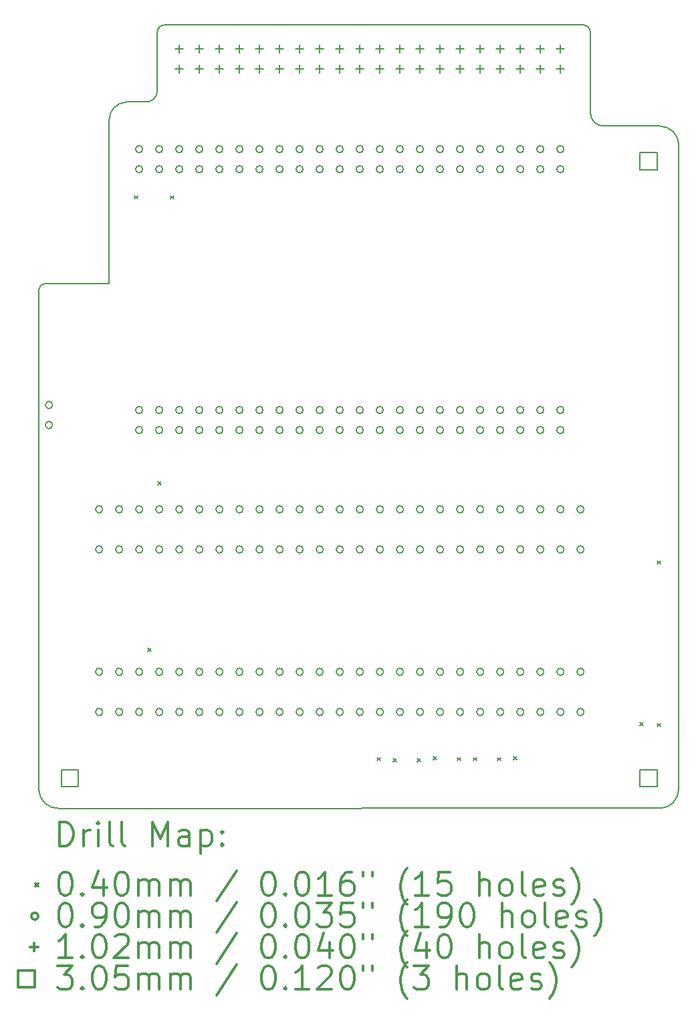
<source format=gbr>
%FSLAX45Y45*%
G04 Gerber Fmt 4.5, Leading zero omitted, Abs format (unit mm)*
G04 Created by KiCad (PCBNEW 4.0.4-stable) date 01/09/17 01:24:11*
%MOMM*%
%LPD*%
G01*
G04 APERTURE LIST*
%ADD10C,0.127000*%
%ADD11C,0.150000*%
%ADD12C,0.200000*%
%ADD13C,0.300000*%
G04 APERTURE END LIST*
D10*
D11*
X10007600Y-8153400D02*
X10007600Y-14488000D01*
X10083800Y-8077200D02*
X10896600Y-8077200D01*
X10083800Y-8077200D02*
G75*
G03X10007600Y-8153400I0J-76200D01*
G01*
X17157700Y-6083300D02*
X17870170Y-6083300D01*
X16992600Y-4902200D02*
X16992600Y-5918200D01*
X16992600Y-5918200D02*
G75*
G03X17157700Y-6083300I165100J0D01*
G01*
X11607800Y-4800600D02*
X16891000Y-4800600D01*
X11506200Y-5638800D02*
X11506200Y-4902200D01*
X16992600Y-4902200D02*
G75*
G03X16891000Y-4800600I-101600J0D01*
G01*
X11607800Y-4800600D02*
G75*
G03X11506200Y-4902200I0J-101600D01*
G01*
X10896600Y-6007100D02*
X10896600Y-8077200D01*
X11112500Y-5778500D02*
X11366500Y-5778500D01*
X11366500Y-5778500D02*
G75*
G03X11506200Y-5638800I0J139700D01*
G01*
X11112520Y-5778852D02*
G75*
G03X10896600Y-6007100I12680J-228248D01*
G01*
X18111470Y-6322060D02*
G75*
G03X17870170Y-6083300I-240030J-1270D01*
G01*
X10007590Y-14488170D02*
G75*
G03X10257790Y-14720570I241300J8900D01*
G01*
X17868900Y-14719300D02*
G75*
G03X18110200Y-14478000I0J241300D01*
G01*
X10257790Y-14720570D02*
X17868900Y-14719300D01*
X18111470Y-6322060D02*
X18110200Y-14478000D01*
D12*
X11219500Y-6965000D02*
X11259500Y-7005000D01*
X11259500Y-6965000D02*
X11219500Y-7005000D01*
X11384600Y-12692700D02*
X11424600Y-12732700D01*
X11424600Y-12692700D02*
X11384600Y-12732700D01*
X11511600Y-10584500D02*
X11551600Y-10624500D01*
X11551600Y-10584500D02*
X11511600Y-10624500D01*
X11676700Y-6965000D02*
X11716700Y-7005000D01*
X11716700Y-6965000D02*
X11676700Y-7005000D01*
X14289598Y-14077000D02*
X14329598Y-14117000D01*
X14329598Y-14077000D02*
X14289598Y-14117000D01*
X14496100Y-14089700D02*
X14536100Y-14129700D01*
X14536100Y-14089700D02*
X14496100Y-14129700D01*
X14800900Y-14089700D02*
X14840900Y-14129700D01*
X14840900Y-14089700D02*
X14800900Y-14129700D01*
X15004100Y-14064300D02*
X15044100Y-14104300D01*
X15044100Y-14064300D02*
X15004100Y-14104300D01*
X15308900Y-14077000D02*
X15348900Y-14117000D01*
X15348900Y-14077000D02*
X15308900Y-14117000D01*
X15512100Y-14077000D02*
X15552100Y-14117000D01*
X15552100Y-14077000D02*
X15512100Y-14117000D01*
X15816900Y-14077000D02*
X15856900Y-14117000D01*
X15856900Y-14077000D02*
X15816900Y-14117000D01*
X16020100Y-14064300D02*
X16060100Y-14104300D01*
X16060100Y-14064300D02*
X16020100Y-14104300D01*
X17620300Y-13632500D02*
X17660300Y-13672500D01*
X17660300Y-13632500D02*
X17620300Y-13672500D01*
X17836200Y-11587800D02*
X17876200Y-11627800D01*
X17876200Y-11587800D02*
X17836200Y-11627800D01*
X17836200Y-13645200D02*
X17876200Y-13685200D01*
X17876200Y-13645200D02*
X17836200Y-13685200D01*
X10179600Y-9613900D02*
G75*
G03X10179600Y-9613900I-45000J0D01*
G01*
X10179600Y-9867900D02*
G75*
G03X10179600Y-9867900I-45000J0D01*
G01*
X10814600Y-10934700D02*
G75*
G03X10814600Y-10934700I-45000J0D01*
G01*
X10814600Y-11442700D02*
G75*
G03X10814600Y-11442700I-45000J0D01*
G01*
X10814600Y-12992100D02*
G75*
G03X10814600Y-12992100I-45000J0D01*
G01*
X10814600Y-13500100D02*
G75*
G03X10814600Y-13500100I-45000J0D01*
G01*
X11068600Y-10934700D02*
G75*
G03X11068600Y-10934700I-45000J0D01*
G01*
X11068600Y-11442700D02*
G75*
G03X11068600Y-11442700I-45000J0D01*
G01*
X11068600Y-12992100D02*
G75*
G03X11068600Y-12992100I-45000J0D01*
G01*
X11068600Y-13500100D02*
G75*
G03X11068600Y-13500100I-45000J0D01*
G01*
X11322600Y-6375400D02*
G75*
G03X11322600Y-6375400I-45000J0D01*
G01*
X11322600Y-6629400D02*
G75*
G03X11322600Y-6629400I-45000J0D01*
G01*
X11322600Y-9677400D02*
G75*
G03X11322600Y-9677400I-45000J0D01*
G01*
X11322600Y-9931400D02*
G75*
G03X11322600Y-9931400I-45000J0D01*
G01*
X11322600Y-10934700D02*
G75*
G03X11322600Y-10934700I-45000J0D01*
G01*
X11322600Y-11442700D02*
G75*
G03X11322600Y-11442700I-45000J0D01*
G01*
X11322600Y-12992100D02*
G75*
G03X11322600Y-12992100I-45000J0D01*
G01*
X11322600Y-13500100D02*
G75*
G03X11322600Y-13500100I-45000J0D01*
G01*
X11576600Y-6375400D02*
G75*
G03X11576600Y-6375400I-45000J0D01*
G01*
X11576600Y-6629400D02*
G75*
G03X11576600Y-6629400I-45000J0D01*
G01*
X11576600Y-9677400D02*
G75*
G03X11576600Y-9677400I-45000J0D01*
G01*
X11576600Y-9931400D02*
G75*
G03X11576600Y-9931400I-45000J0D01*
G01*
X11576600Y-10934700D02*
G75*
G03X11576600Y-10934700I-45000J0D01*
G01*
X11576600Y-11442700D02*
G75*
G03X11576600Y-11442700I-45000J0D01*
G01*
X11576600Y-12992100D02*
G75*
G03X11576600Y-12992100I-45000J0D01*
G01*
X11576600Y-13500100D02*
G75*
G03X11576600Y-13500100I-45000J0D01*
G01*
X11830600Y-6375400D02*
G75*
G03X11830600Y-6375400I-45000J0D01*
G01*
X11830600Y-6629400D02*
G75*
G03X11830600Y-6629400I-45000J0D01*
G01*
X11830600Y-9677400D02*
G75*
G03X11830600Y-9677400I-45000J0D01*
G01*
X11830600Y-9931400D02*
G75*
G03X11830600Y-9931400I-45000J0D01*
G01*
X11830600Y-10934700D02*
G75*
G03X11830600Y-10934700I-45000J0D01*
G01*
X11830600Y-11442700D02*
G75*
G03X11830600Y-11442700I-45000J0D01*
G01*
X11830600Y-12992100D02*
G75*
G03X11830600Y-12992100I-45000J0D01*
G01*
X11830600Y-13500100D02*
G75*
G03X11830600Y-13500100I-45000J0D01*
G01*
X12084600Y-6375400D02*
G75*
G03X12084600Y-6375400I-45000J0D01*
G01*
X12084600Y-6629400D02*
G75*
G03X12084600Y-6629400I-45000J0D01*
G01*
X12084600Y-9677400D02*
G75*
G03X12084600Y-9677400I-45000J0D01*
G01*
X12084600Y-9931400D02*
G75*
G03X12084600Y-9931400I-45000J0D01*
G01*
X12084600Y-10934700D02*
G75*
G03X12084600Y-10934700I-45000J0D01*
G01*
X12084600Y-11442700D02*
G75*
G03X12084600Y-11442700I-45000J0D01*
G01*
X12084600Y-12992100D02*
G75*
G03X12084600Y-12992100I-45000J0D01*
G01*
X12084600Y-13500100D02*
G75*
G03X12084600Y-13500100I-45000J0D01*
G01*
X12338600Y-6375400D02*
G75*
G03X12338600Y-6375400I-45000J0D01*
G01*
X12338600Y-6629400D02*
G75*
G03X12338600Y-6629400I-45000J0D01*
G01*
X12338600Y-9677400D02*
G75*
G03X12338600Y-9677400I-45000J0D01*
G01*
X12338600Y-9931400D02*
G75*
G03X12338600Y-9931400I-45000J0D01*
G01*
X12338600Y-10934700D02*
G75*
G03X12338600Y-10934700I-45000J0D01*
G01*
X12338600Y-11442700D02*
G75*
G03X12338600Y-11442700I-45000J0D01*
G01*
X12338600Y-12992100D02*
G75*
G03X12338600Y-12992100I-45000J0D01*
G01*
X12338600Y-13500100D02*
G75*
G03X12338600Y-13500100I-45000J0D01*
G01*
X12592600Y-6375400D02*
G75*
G03X12592600Y-6375400I-45000J0D01*
G01*
X12592600Y-6629400D02*
G75*
G03X12592600Y-6629400I-45000J0D01*
G01*
X12592600Y-9677400D02*
G75*
G03X12592600Y-9677400I-45000J0D01*
G01*
X12592600Y-9931400D02*
G75*
G03X12592600Y-9931400I-45000J0D01*
G01*
X12592600Y-10934700D02*
G75*
G03X12592600Y-10934700I-45000J0D01*
G01*
X12592600Y-11442700D02*
G75*
G03X12592600Y-11442700I-45000J0D01*
G01*
X12592600Y-12992100D02*
G75*
G03X12592600Y-12992100I-45000J0D01*
G01*
X12592600Y-13500100D02*
G75*
G03X12592600Y-13500100I-45000J0D01*
G01*
X12846600Y-6375400D02*
G75*
G03X12846600Y-6375400I-45000J0D01*
G01*
X12846600Y-6629400D02*
G75*
G03X12846600Y-6629400I-45000J0D01*
G01*
X12846600Y-9677400D02*
G75*
G03X12846600Y-9677400I-45000J0D01*
G01*
X12846600Y-9931400D02*
G75*
G03X12846600Y-9931400I-45000J0D01*
G01*
X12846600Y-10934700D02*
G75*
G03X12846600Y-10934700I-45000J0D01*
G01*
X12846600Y-11442700D02*
G75*
G03X12846600Y-11442700I-45000J0D01*
G01*
X12846600Y-12992100D02*
G75*
G03X12846600Y-12992100I-45000J0D01*
G01*
X12846600Y-13500100D02*
G75*
G03X12846600Y-13500100I-45000J0D01*
G01*
X13100600Y-6375400D02*
G75*
G03X13100600Y-6375400I-45000J0D01*
G01*
X13100600Y-6629400D02*
G75*
G03X13100600Y-6629400I-45000J0D01*
G01*
X13100600Y-9677400D02*
G75*
G03X13100600Y-9677400I-45000J0D01*
G01*
X13100600Y-9931400D02*
G75*
G03X13100600Y-9931400I-45000J0D01*
G01*
X13100600Y-10934700D02*
G75*
G03X13100600Y-10934700I-45000J0D01*
G01*
X13100600Y-11442700D02*
G75*
G03X13100600Y-11442700I-45000J0D01*
G01*
X13100600Y-12992100D02*
G75*
G03X13100600Y-12992100I-45000J0D01*
G01*
X13100600Y-13500100D02*
G75*
G03X13100600Y-13500100I-45000J0D01*
G01*
X13354600Y-6375400D02*
G75*
G03X13354600Y-6375400I-45000J0D01*
G01*
X13354600Y-6629400D02*
G75*
G03X13354600Y-6629400I-45000J0D01*
G01*
X13354600Y-9677400D02*
G75*
G03X13354600Y-9677400I-45000J0D01*
G01*
X13354600Y-9931400D02*
G75*
G03X13354600Y-9931400I-45000J0D01*
G01*
X13354600Y-10934700D02*
G75*
G03X13354600Y-10934700I-45000J0D01*
G01*
X13354600Y-11442700D02*
G75*
G03X13354600Y-11442700I-45000J0D01*
G01*
X13354600Y-12992100D02*
G75*
G03X13354600Y-12992100I-45000J0D01*
G01*
X13354600Y-13500100D02*
G75*
G03X13354600Y-13500100I-45000J0D01*
G01*
X13608600Y-6375400D02*
G75*
G03X13608600Y-6375400I-45000J0D01*
G01*
X13608600Y-6629400D02*
G75*
G03X13608600Y-6629400I-45000J0D01*
G01*
X13608600Y-9677400D02*
G75*
G03X13608600Y-9677400I-45000J0D01*
G01*
X13608600Y-9931400D02*
G75*
G03X13608600Y-9931400I-45000J0D01*
G01*
X13608600Y-10934700D02*
G75*
G03X13608600Y-10934700I-45000J0D01*
G01*
X13608600Y-11442700D02*
G75*
G03X13608600Y-11442700I-45000J0D01*
G01*
X13608600Y-12992100D02*
G75*
G03X13608600Y-12992100I-45000J0D01*
G01*
X13608600Y-13500100D02*
G75*
G03X13608600Y-13500100I-45000J0D01*
G01*
X13862600Y-6375400D02*
G75*
G03X13862600Y-6375400I-45000J0D01*
G01*
X13862600Y-6629400D02*
G75*
G03X13862600Y-6629400I-45000J0D01*
G01*
X13862600Y-9677400D02*
G75*
G03X13862600Y-9677400I-45000J0D01*
G01*
X13862600Y-9931400D02*
G75*
G03X13862600Y-9931400I-45000J0D01*
G01*
X13862600Y-10934700D02*
G75*
G03X13862600Y-10934700I-45000J0D01*
G01*
X13862600Y-11442700D02*
G75*
G03X13862600Y-11442700I-45000J0D01*
G01*
X13862600Y-12992100D02*
G75*
G03X13862600Y-12992100I-45000J0D01*
G01*
X13862600Y-13500100D02*
G75*
G03X13862600Y-13500100I-45000J0D01*
G01*
X14116600Y-6375400D02*
G75*
G03X14116600Y-6375400I-45000J0D01*
G01*
X14116600Y-6629400D02*
G75*
G03X14116600Y-6629400I-45000J0D01*
G01*
X14116600Y-9677400D02*
G75*
G03X14116600Y-9677400I-45000J0D01*
G01*
X14116600Y-9931400D02*
G75*
G03X14116600Y-9931400I-45000J0D01*
G01*
X14116600Y-10934700D02*
G75*
G03X14116600Y-10934700I-45000J0D01*
G01*
X14116600Y-11442700D02*
G75*
G03X14116600Y-11442700I-45000J0D01*
G01*
X14116600Y-12992100D02*
G75*
G03X14116600Y-12992100I-45000J0D01*
G01*
X14116600Y-13500100D02*
G75*
G03X14116600Y-13500100I-45000J0D01*
G01*
X14370600Y-6375400D02*
G75*
G03X14370600Y-6375400I-45000J0D01*
G01*
X14370600Y-6629400D02*
G75*
G03X14370600Y-6629400I-45000J0D01*
G01*
X14370600Y-9677400D02*
G75*
G03X14370600Y-9677400I-45000J0D01*
G01*
X14370600Y-9931400D02*
G75*
G03X14370600Y-9931400I-45000J0D01*
G01*
X14370600Y-10934700D02*
G75*
G03X14370600Y-10934700I-45000J0D01*
G01*
X14370600Y-11442700D02*
G75*
G03X14370600Y-11442700I-45000J0D01*
G01*
X14370600Y-12992100D02*
G75*
G03X14370600Y-12992100I-45000J0D01*
G01*
X14370600Y-13500100D02*
G75*
G03X14370600Y-13500100I-45000J0D01*
G01*
X14624600Y-6375400D02*
G75*
G03X14624600Y-6375400I-45000J0D01*
G01*
X14624600Y-6629400D02*
G75*
G03X14624600Y-6629400I-45000J0D01*
G01*
X14624600Y-9677400D02*
G75*
G03X14624600Y-9677400I-45000J0D01*
G01*
X14624600Y-9931400D02*
G75*
G03X14624600Y-9931400I-45000J0D01*
G01*
X14624600Y-10934700D02*
G75*
G03X14624600Y-10934700I-45000J0D01*
G01*
X14624600Y-11442700D02*
G75*
G03X14624600Y-11442700I-45000J0D01*
G01*
X14624600Y-12992100D02*
G75*
G03X14624600Y-12992100I-45000J0D01*
G01*
X14624600Y-13500100D02*
G75*
G03X14624600Y-13500100I-45000J0D01*
G01*
X14878600Y-6375400D02*
G75*
G03X14878600Y-6375400I-45000J0D01*
G01*
X14878600Y-6629400D02*
G75*
G03X14878600Y-6629400I-45000J0D01*
G01*
X14878600Y-9677400D02*
G75*
G03X14878600Y-9677400I-45000J0D01*
G01*
X14878600Y-9931400D02*
G75*
G03X14878600Y-9931400I-45000J0D01*
G01*
X14878600Y-10934700D02*
G75*
G03X14878600Y-10934700I-45000J0D01*
G01*
X14878600Y-11442700D02*
G75*
G03X14878600Y-11442700I-45000J0D01*
G01*
X14878600Y-12992100D02*
G75*
G03X14878600Y-12992100I-45000J0D01*
G01*
X14878600Y-13500100D02*
G75*
G03X14878600Y-13500100I-45000J0D01*
G01*
X15132600Y-6375400D02*
G75*
G03X15132600Y-6375400I-45000J0D01*
G01*
X15132600Y-6629400D02*
G75*
G03X15132600Y-6629400I-45000J0D01*
G01*
X15132600Y-9677400D02*
G75*
G03X15132600Y-9677400I-45000J0D01*
G01*
X15132600Y-9931400D02*
G75*
G03X15132600Y-9931400I-45000J0D01*
G01*
X15132600Y-10934700D02*
G75*
G03X15132600Y-10934700I-45000J0D01*
G01*
X15132600Y-11442700D02*
G75*
G03X15132600Y-11442700I-45000J0D01*
G01*
X15132600Y-12992100D02*
G75*
G03X15132600Y-12992100I-45000J0D01*
G01*
X15132600Y-13500100D02*
G75*
G03X15132600Y-13500100I-45000J0D01*
G01*
X15386600Y-6375400D02*
G75*
G03X15386600Y-6375400I-45000J0D01*
G01*
X15386600Y-6629400D02*
G75*
G03X15386600Y-6629400I-45000J0D01*
G01*
X15386600Y-9677400D02*
G75*
G03X15386600Y-9677400I-45000J0D01*
G01*
X15386600Y-9931400D02*
G75*
G03X15386600Y-9931400I-45000J0D01*
G01*
X15386600Y-10934700D02*
G75*
G03X15386600Y-10934700I-45000J0D01*
G01*
X15386600Y-11442700D02*
G75*
G03X15386600Y-11442700I-45000J0D01*
G01*
X15386600Y-12992100D02*
G75*
G03X15386600Y-12992100I-45000J0D01*
G01*
X15386600Y-13500100D02*
G75*
G03X15386600Y-13500100I-45000J0D01*
G01*
X15640600Y-6375400D02*
G75*
G03X15640600Y-6375400I-45000J0D01*
G01*
X15640600Y-6629400D02*
G75*
G03X15640600Y-6629400I-45000J0D01*
G01*
X15640600Y-9677400D02*
G75*
G03X15640600Y-9677400I-45000J0D01*
G01*
X15640600Y-9931400D02*
G75*
G03X15640600Y-9931400I-45000J0D01*
G01*
X15640600Y-10934700D02*
G75*
G03X15640600Y-10934700I-45000J0D01*
G01*
X15640600Y-11442700D02*
G75*
G03X15640600Y-11442700I-45000J0D01*
G01*
X15640600Y-12992100D02*
G75*
G03X15640600Y-12992100I-45000J0D01*
G01*
X15640600Y-13500100D02*
G75*
G03X15640600Y-13500100I-45000J0D01*
G01*
X15894600Y-6375400D02*
G75*
G03X15894600Y-6375400I-45000J0D01*
G01*
X15894600Y-6629400D02*
G75*
G03X15894600Y-6629400I-45000J0D01*
G01*
X15894600Y-9677400D02*
G75*
G03X15894600Y-9677400I-45000J0D01*
G01*
X15894600Y-9931400D02*
G75*
G03X15894600Y-9931400I-45000J0D01*
G01*
X15894600Y-10934700D02*
G75*
G03X15894600Y-10934700I-45000J0D01*
G01*
X15894600Y-11442700D02*
G75*
G03X15894600Y-11442700I-45000J0D01*
G01*
X15894600Y-12992100D02*
G75*
G03X15894600Y-12992100I-45000J0D01*
G01*
X15894600Y-13500100D02*
G75*
G03X15894600Y-13500100I-45000J0D01*
G01*
X16148600Y-6375400D02*
G75*
G03X16148600Y-6375400I-45000J0D01*
G01*
X16148600Y-6629400D02*
G75*
G03X16148600Y-6629400I-45000J0D01*
G01*
X16148600Y-9677400D02*
G75*
G03X16148600Y-9677400I-45000J0D01*
G01*
X16148600Y-9931400D02*
G75*
G03X16148600Y-9931400I-45000J0D01*
G01*
X16148600Y-10934700D02*
G75*
G03X16148600Y-10934700I-45000J0D01*
G01*
X16148600Y-11442700D02*
G75*
G03X16148600Y-11442700I-45000J0D01*
G01*
X16148600Y-12992100D02*
G75*
G03X16148600Y-12992100I-45000J0D01*
G01*
X16148600Y-13500100D02*
G75*
G03X16148600Y-13500100I-45000J0D01*
G01*
X16402600Y-6375400D02*
G75*
G03X16402600Y-6375400I-45000J0D01*
G01*
X16402600Y-6629400D02*
G75*
G03X16402600Y-6629400I-45000J0D01*
G01*
X16402600Y-9677400D02*
G75*
G03X16402600Y-9677400I-45000J0D01*
G01*
X16402600Y-9931400D02*
G75*
G03X16402600Y-9931400I-45000J0D01*
G01*
X16402600Y-10934700D02*
G75*
G03X16402600Y-10934700I-45000J0D01*
G01*
X16402600Y-11442700D02*
G75*
G03X16402600Y-11442700I-45000J0D01*
G01*
X16402600Y-12992100D02*
G75*
G03X16402600Y-12992100I-45000J0D01*
G01*
X16402600Y-13500100D02*
G75*
G03X16402600Y-13500100I-45000J0D01*
G01*
X16656600Y-6375400D02*
G75*
G03X16656600Y-6375400I-45000J0D01*
G01*
X16656600Y-6629400D02*
G75*
G03X16656600Y-6629400I-45000J0D01*
G01*
X16656600Y-9677400D02*
G75*
G03X16656600Y-9677400I-45000J0D01*
G01*
X16656600Y-9931400D02*
G75*
G03X16656600Y-9931400I-45000J0D01*
G01*
X16656600Y-10934700D02*
G75*
G03X16656600Y-10934700I-45000J0D01*
G01*
X16656600Y-11442700D02*
G75*
G03X16656600Y-11442700I-45000J0D01*
G01*
X16656600Y-12992100D02*
G75*
G03X16656600Y-12992100I-45000J0D01*
G01*
X16656600Y-13500100D02*
G75*
G03X16656600Y-13500100I-45000J0D01*
G01*
X16910600Y-10934700D02*
G75*
G03X16910600Y-10934700I-45000J0D01*
G01*
X16910600Y-11442700D02*
G75*
G03X16910600Y-11442700I-45000J0D01*
G01*
X16910600Y-12992100D02*
G75*
G03X16910600Y-12992100I-45000J0D01*
G01*
X16910600Y-13500100D02*
G75*
G03X16910600Y-13500100I-45000J0D01*
G01*
X11785600Y-5054600D02*
X11785600Y-5156200D01*
X11734800Y-5105400D02*
X11836400Y-5105400D01*
X11785600Y-5308600D02*
X11785600Y-5410200D01*
X11734800Y-5359400D02*
X11836400Y-5359400D01*
X12039600Y-5054600D02*
X12039600Y-5156200D01*
X11988800Y-5105400D02*
X12090400Y-5105400D01*
X12039600Y-5308600D02*
X12039600Y-5410200D01*
X11988800Y-5359400D02*
X12090400Y-5359400D01*
X12293600Y-5054600D02*
X12293600Y-5156200D01*
X12242800Y-5105400D02*
X12344400Y-5105400D01*
X12293600Y-5308600D02*
X12293600Y-5410200D01*
X12242800Y-5359400D02*
X12344400Y-5359400D01*
X12547600Y-5054600D02*
X12547600Y-5156200D01*
X12496800Y-5105400D02*
X12598400Y-5105400D01*
X12547600Y-5308600D02*
X12547600Y-5410200D01*
X12496800Y-5359400D02*
X12598400Y-5359400D01*
X12801600Y-5054600D02*
X12801600Y-5156200D01*
X12750800Y-5105400D02*
X12852400Y-5105400D01*
X12801600Y-5308600D02*
X12801600Y-5410200D01*
X12750800Y-5359400D02*
X12852400Y-5359400D01*
X13055600Y-5054600D02*
X13055600Y-5156200D01*
X13004800Y-5105400D02*
X13106400Y-5105400D01*
X13055600Y-5308600D02*
X13055600Y-5410200D01*
X13004800Y-5359400D02*
X13106400Y-5359400D01*
X13309600Y-5054600D02*
X13309600Y-5156200D01*
X13258800Y-5105400D02*
X13360400Y-5105400D01*
X13309600Y-5308600D02*
X13309600Y-5410200D01*
X13258800Y-5359400D02*
X13360400Y-5359400D01*
X13563600Y-5054600D02*
X13563600Y-5156200D01*
X13512800Y-5105400D02*
X13614400Y-5105400D01*
X13563600Y-5308600D02*
X13563600Y-5410200D01*
X13512800Y-5359400D02*
X13614400Y-5359400D01*
X13817600Y-5054600D02*
X13817600Y-5156200D01*
X13766800Y-5105400D02*
X13868400Y-5105400D01*
X13817600Y-5308600D02*
X13817600Y-5410200D01*
X13766800Y-5359400D02*
X13868400Y-5359400D01*
X14071600Y-5054600D02*
X14071600Y-5156200D01*
X14020800Y-5105400D02*
X14122400Y-5105400D01*
X14071600Y-5308600D02*
X14071600Y-5410200D01*
X14020800Y-5359400D02*
X14122400Y-5359400D01*
X14325600Y-5054600D02*
X14325600Y-5156200D01*
X14274800Y-5105400D02*
X14376400Y-5105400D01*
X14325600Y-5308600D02*
X14325600Y-5410200D01*
X14274800Y-5359400D02*
X14376400Y-5359400D01*
X14579600Y-5054600D02*
X14579600Y-5156200D01*
X14528800Y-5105400D02*
X14630400Y-5105400D01*
X14579600Y-5308600D02*
X14579600Y-5410200D01*
X14528800Y-5359400D02*
X14630400Y-5359400D01*
X14833600Y-5054600D02*
X14833600Y-5156200D01*
X14782800Y-5105400D02*
X14884400Y-5105400D01*
X14833600Y-5308600D02*
X14833600Y-5410200D01*
X14782800Y-5359400D02*
X14884400Y-5359400D01*
X15087600Y-5054600D02*
X15087600Y-5156200D01*
X15036800Y-5105400D02*
X15138400Y-5105400D01*
X15087600Y-5308600D02*
X15087600Y-5410200D01*
X15036800Y-5359400D02*
X15138400Y-5359400D01*
X15341600Y-5054600D02*
X15341600Y-5156200D01*
X15290800Y-5105400D02*
X15392400Y-5105400D01*
X15341600Y-5308600D02*
X15341600Y-5410200D01*
X15290800Y-5359400D02*
X15392400Y-5359400D01*
X15595600Y-5054600D02*
X15595600Y-5156200D01*
X15544800Y-5105400D02*
X15646400Y-5105400D01*
X15595600Y-5308600D02*
X15595600Y-5410200D01*
X15544800Y-5359400D02*
X15646400Y-5359400D01*
X15849600Y-5054600D02*
X15849600Y-5156200D01*
X15798800Y-5105400D02*
X15900400Y-5105400D01*
X15849600Y-5308600D02*
X15849600Y-5410200D01*
X15798800Y-5359400D02*
X15900400Y-5359400D01*
X16103600Y-5054600D02*
X16103600Y-5156200D01*
X16052800Y-5105400D02*
X16154400Y-5105400D01*
X16103600Y-5308600D02*
X16103600Y-5410200D01*
X16052800Y-5359400D02*
X16154400Y-5359400D01*
X16357600Y-5054600D02*
X16357600Y-5156200D01*
X16306800Y-5105400D02*
X16408400Y-5105400D01*
X16357600Y-5308600D02*
X16357600Y-5410200D01*
X16306800Y-5359400D02*
X16408400Y-5359400D01*
X16611600Y-5054600D02*
X16611600Y-5156200D01*
X16560800Y-5105400D02*
X16662400Y-5105400D01*
X16611600Y-5308600D02*
X16611600Y-5410200D01*
X16560800Y-5359400D02*
X16662400Y-5359400D01*
X10509064Y-14446064D02*
X10509064Y-14230536D01*
X10293536Y-14230536D01*
X10293536Y-14446064D01*
X10509064Y-14446064D01*
X17836964Y-6635564D02*
X17836964Y-6420036D01*
X17621436Y-6420036D01*
X17621436Y-6635564D01*
X17836964Y-6635564D01*
X17836964Y-14446064D02*
X17836964Y-14230536D01*
X17621436Y-14230536D01*
X17621436Y-14446064D01*
X17836964Y-14446064D01*
D13*
X10271519Y-15193948D02*
X10271519Y-14893948D01*
X10342947Y-14893948D01*
X10385804Y-14908234D01*
X10414376Y-14936806D01*
X10428661Y-14965377D01*
X10442947Y-15022520D01*
X10442947Y-15065377D01*
X10428661Y-15122520D01*
X10414376Y-15151091D01*
X10385804Y-15179663D01*
X10342947Y-15193948D01*
X10271519Y-15193948D01*
X10571519Y-15193948D02*
X10571519Y-14993948D01*
X10571519Y-15051091D02*
X10585804Y-15022520D01*
X10600090Y-15008234D01*
X10628661Y-14993948D01*
X10657233Y-14993948D01*
X10757233Y-15193948D02*
X10757233Y-14993948D01*
X10757233Y-14893948D02*
X10742947Y-14908234D01*
X10757233Y-14922520D01*
X10771519Y-14908234D01*
X10757233Y-14893948D01*
X10757233Y-14922520D01*
X10942947Y-15193948D02*
X10914376Y-15179663D01*
X10900090Y-15151091D01*
X10900090Y-14893948D01*
X11100090Y-15193948D02*
X11071519Y-15179663D01*
X11057233Y-15151091D01*
X11057233Y-14893948D01*
X11442947Y-15193948D02*
X11442947Y-14893948D01*
X11542947Y-15108234D01*
X11642947Y-14893948D01*
X11642947Y-15193948D01*
X11914376Y-15193948D02*
X11914376Y-15036806D01*
X11900090Y-15008234D01*
X11871518Y-14993948D01*
X11814376Y-14993948D01*
X11785804Y-15008234D01*
X11914376Y-15179663D02*
X11885804Y-15193948D01*
X11814376Y-15193948D01*
X11785804Y-15179663D01*
X11771518Y-15151091D01*
X11771518Y-15122520D01*
X11785804Y-15093948D01*
X11814376Y-15079663D01*
X11885804Y-15079663D01*
X11914376Y-15065377D01*
X12057233Y-14993948D02*
X12057233Y-15293948D01*
X12057233Y-15008234D02*
X12085804Y-14993948D01*
X12142947Y-14993948D01*
X12171518Y-15008234D01*
X12185804Y-15022520D01*
X12200090Y-15051091D01*
X12200090Y-15136806D01*
X12185804Y-15165377D01*
X12171518Y-15179663D01*
X12142947Y-15193948D01*
X12085804Y-15193948D01*
X12057233Y-15179663D01*
X12328661Y-15165377D02*
X12342947Y-15179663D01*
X12328661Y-15193948D01*
X12314376Y-15179663D01*
X12328661Y-15165377D01*
X12328661Y-15193948D01*
X12328661Y-15008234D02*
X12342947Y-15022520D01*
X12328661Y-15036806D01*
X12314376Y-15022520D01*
X12328661Y-15008234D01*
X12328661Y-15036806D01*
X9960090Y-15668234D02*
X10000090Y-15708234D01*
X10000090Y-15668234D02*
X9960090Y-15708234D01*
X10328661Y-15523948D02*
X10357233Y-15523948D01*
X10385804Y-15538234D01*
X10400090Y-15552520D01*
X10414376Y-15581091D01*
X10428661Y-15638234D01*
X10428661Y-15709663D01*
X10414376Y-15766806D01*
X10400090Y-15795377D01*
X10385804Y-15809663D01*
X10357233Y-15823948D01*
X10328661Y-15823948D01*
X10300090Y-15809663D01*
X10285804Y-15795377D01*
X10271519Y-15766806D01*
X10257233Y-15709663D01*
X10257233Y-15638234D01*
X10271519Y-15581091D01*
X10285804Y-15552520D01*
X10300090Y-15538234D01*
X10328661Y-15523948D01*
X10557233Y-15795377D02*
X10571519Y-15809663D01*
X10557233Y-15823948D01*
X10542947Y-15809663D01*
X10557233Y-15795377D01*
X10557233Y-15823948D01*
X10828661Y-15623948D02*
X10828661Y-15823948D01*
X10757233Y-15509663D02*
X10685804Y-15723948D01*
X10871518Y-15723948D01*
X11042947Y-15523948D02*
X11071519Y-15523948D01*
X11100090Y-15538234D01*
X11114376Y-15552520D01*
X11128661Y-15581091D01*
X11142947Y-15638234D01*
X11142947Y-15709663D01*
X11128661Y-15766806D01*
X11114376Y-15795377D01*
X11100090Y-15809663D01*
X11071519Y-15823948D01*
X11042947Y-15823948D01*
X11014376Y-15809663D01*
X11000090Y-15795377D01*
X10985804Y-15766806D01*
X10971519Y-15709663D01*
X10971519Y-15638234D01*
X10985804Y-15581091D01*
X11000090Y-15552520D01*
X11014376Y-15538234D01*
X11042947Y-15523948D01*
X11271518Y-15823948D02*
X11271518Y-15623948D01*
X11271518Y-15652520D02*
X11285804Y-15638234D01*
X11314376Y-15623948D01*
X11357233Y-15623948D01*
X11385804Y-15638234D01*
X11400090Y-15666806D01*
X11400090Y-15823948D01*
X11400090Y-15666806D02*
X11414376Y-15638234D01*
X11442947Y-15623948D01*
X11485804Y-15623948D01*
X11514376Y-15638234D01*
X11528661Y-15666806D01*
X11528661Y-15823948D01*
X11671518Y-15823948D02*
X11671518Y-15623948D01*
X11671518Y-15652520D02*
X11685804Y-15638234D01*
X11714376Y-15623948D01*
X11757233Y-15623948D01*
X11785804Y-15638234D01*
X11800090Y-15666806D01*
X11800090Y-15823948D01*
X11800090Y-15666806D02*
X11814376Y-15638234D01*
X11842947Y-15623948D01*
X11885804Y-15623948D01*
X11914376Y-15638234D01*
X11928661Y-15666806D01*
X11928661Y-15823948D01*
X12514376Y-15509663D02*
X12257233Y-15895377D01*
X12900090Y-15523948D02*
X12928661Y-15523948D01*
X12957233Y-15538234D01*
X12971518Y-15552520D01*
X12985804Y-15581091D01*
X13000090Y-15638234D01*
X13000090Y-15709663D01*
X12985804Y-15766806D01*
X12971518Y-15795377D01*
X12957233Y-15809663D01*
X12928661Y-15823948D01*
X12900090Y-15823948D01*
X12871518Y-15809663D01*
X12857233Y-15795377D01*
X12842947Y-15766806D01*
X12828661Y-15709663D01*
X12828661Y-15638234D01*
X12842947Y-15581091D01*
X12857233Y-15552520D01*
X12871518Y-15538234D01*
X12900090Y-15523948D01*
X13128661Y-15795377D02*
X13142947Y-15809663D01*
X13128661Y-15823948D01*
X13114376Y-15809663D01*
X13128661Y-15795377D01*
X13128661Y-15823948D01*
X13328661Y-15523948D02*
X13357233Y-15523948D01*
X13385804Y-15538234D01*
X13400090Y-15552520D01*
X13414375Y-15581091D01*
X13428661Y-15638234D01*
X13428661Y-15709663D01*
X13414375Y-15766806D01*
X13400090Y-15795377D01*
X13385804Y-15809663D01*
X13357233Y-15823948D01*
X13328661Y-15823948D01*
X13300090Y-15809663D01*
X13285804Y-15795377D01*
X13271518Y-15766806D01*
X13257233Y-15709663D01*
X13257233Y-15638234D01*
X13271518Y-15581091D01*
X13285804Y-15552520D01*
X13300090Y-15538234D01*
X13328661Y-15523948D01*
X13714375Y-15823948D02*
X13542947Y-15823948D01*
X13628661Y-15823948D02*
X13628661Y-15523948D01*
X13600090Y-15566806D01*
X13571518Y-15595377D01*
X13542947Y-15609663D01*
X13971518Y-15523948D02*
X13914375Y-15523948D01*
X13885804Y-15538234D01*
X13871518Y-15552520D01*
X13842947Y-15595377D01*
X13828661Y-15652520D01*
X13828661Y-15766806D01*
X13842947Y-15795377D01*
X13857233Y-15809663D01*
X13885804Y-15823948D01*
X13942947Y-15823948D01*
X13971518Y-15809663D01*
X13985804Y-15795377D01*
X14000090Y-15766806D01*
X14000090Y-15695377D01*
X13985804Y-15666806D01*
X13971518Y-15652520D01*
X13942947Y-15638234D01*
X13885804Y-15638234D01*
X13857233Y-15652520D01*
X13842947Y-15666806D01*
X13828661Y-15695377D01*
X14114376Y-15523948D02*
X14114376Y-15581091D01*
X14228661Y-15523948D02*
X14228661Y-15581091D01*
X14671518Y-15938234D02*
X14657233Y-15923948D01*
X14628661Y-15881091D01*
X14614375Y-15852520D01*
X14600090Y-15809663D01*
X14585804Y-15738234D01*
X14585804Y-15681091D01*
X14600090Y-15609663D01*
X14614375Y-15566806D01*
X14628661Y-15538234D01*
X14657233Y-15495377D01*
X14671518Y-15481091D01*
X14942947Y-15823948D02*
X14771518Y-15823948D01*
X14857233Y-15823948D02*
X14857233Y-15523948D01*
X14828661Y-15566806D01*
X14800090Y-15595377D01*
X14771518Y-15609663D01*
X15214375Y-15523948D02*
X15071518Y-15523948D01*
X15057233Y-15666806D01*
X15071518Y-15652520D01*
X15100090Y-15638234D01*
X15171518Y-15638234D01*
X15200090Y-15652520D01*
X15214375Y-15666806D01*
X15228661Y-15695377D01*
X15228661Y-15766806D01*
X15214375Y-15795377D01*
X15200090Y-15809663D01*
X15171518Y-15823948D01*
X15100090Y-15823948D01*
X15071518Y-15809663D01*
X15057233Y-15795377D01*
X15585804Y-15823948D02*
X15585804Y-15523948D01*
X15714375Y-15823948D02*
X15714375Y-15666806D01*
X15700090Y-15638234D01*
X15671518Y-15623948D01*
X15628661Y-15623948D01*
X15600090Y-15638234D01*
X15585804Y-15652520D01*
X15900090Y-15823948D02*
X15871518Y-15809663D01*
X15857233Y-15795377D01*
X15842947Y-15766806D01*
X15842947Y-15681091D01*
X15857233Y-15652520D01*
X15871518Y-15638234D01*
X15900090Y-15623948D01*
X15942947Y-15623948D01*
X15971518Y-15638234D01*
X15985804Y-15652520D01*
X16000090Y-15681091D01*
X16000090Y-15766806D01*
X15985804Y-15795377D01*
X15971518Y-15809663D01*
X15942947Y-15823948D01*
X15900090Y-15823948D01*
X16171518Y-15823948D02*
X16142947Y-15809663D01*
X16128661Y-15781091D01*
X16128661Y-15523948D01*
X16400090Y-15809663D02*
X16371518Y-15823948D01*
X16314376Y-15823948D01*
X16285804Y-15809663D01*
X16271518Y-15781091D01*
X16271518Y-15666806D01*
X16285804Y-15638234D01*
X16314376Y-15623948D01*
X16371518Y-15623948D01*
X16400090Y-15638234D01*
X16414376Y-15666806D01*
X16414376Y-15695377D01*
X16271518Y-15723948D01*
X16528661Y-15809663D02*
X16557233Y-15823948D01*
X16614376Y-15823948D01*
X16642947Y-15809663D01*
X16657233Y-15781091D01*
X16657233Y-15766806D01*
X16642947Y-15738234D01*
X16614376Y-15723948D01*
X16571518Y-15723948D01*
X16542947Y-15709663D01*
X16528661Y-15681091D01*
X16528661Y-15666806D01*
X16542947Y-15638234D01*
X16571518Y-15623948D01*
X16614376Y-15623948D01*
X16642947Y-15638234D01*
X16757233Y-15938234D02*
X16771518Y-15923948D01*
X16800090Y-15881091D01*
X16814376Y-15852520D01*
X16828661Y-15809663D01*
X16842947Y-15738234D01*
X16842947Y-15681091D01*
X16828661Y-15609663D01*
X16814376Y-15566806D01*
X16800090Y-15538234D01*
X16771518Y-15495377D01*
X16757233Y-15481091D01*
X10000090Y-16084234D02*
G75*
G03X10000090Y-16084234I-45000J0D01*
G01*
X10328661Y-15919948D02*
X10357233Y-15919948D01*
X10385804Y-15934234D01*
X10400090Y-15948520D01*
X10414376Y-15977091D01*
X10428661Y-16034234D01*
X10428661Y-16105663D01*
X10414376Y-16162806D01*
X10400090Y-16191377D01*
X10385804Y-16205663D01*
X10357233Y-16219948D01*
X10328661Y-16219948D01*
X10300090Y-16205663D01*
X10285804Y-16191377D01*
X10271519Y-16162806D01*
X10257233Y-16105663D01*
X10257233Y-16034234D01*
X10271519Y-15977091D01*
X10285804Y-15948520D01*
X10300090Y-15934234D01*
X10328661Y-15919948D01*
X10557233Y-16191377D02*
X10571519Y-16205663D01*
X10557233Y-16219948D01*
X10542947Y-16205663D01*
X10557233Y-16191377D01*
X10557233Y-16219948D01*
X10714376Y-16219948D02*
X10771518Y-16219948D01*
X10800090Y-16205663D01*
X10814376Y-16191377D01*
X10842947Y-16148520D01*
X10857233Y-16091377D01*
X10857233Y-15977091D01*
X10842947Y-15948520D01*
X10828661Y-15934234D01*
X10800090Y-15919948D01*
X10742947Y-15919948D01*
X10714376Y-15934234D01*
X10700090Y-15948520D01*
X10685804Y-15977091D01*
X10685804Y-16048520D01*
X10700090Y-16077091D01*
X10714376Y-16091377D01*
X10742947Y-16105663D01*
X10800090Y-16105663D01*
X10828661Y-16091377D01*
X10842947Y-16077091D01*
X10857233Y-16048520D01*
X11042947Y-15919948D02*
X11071519Y-15919948D01*
X11100090Y-15934234D01*
X11114376Y-15948520D01*
X11128661Y-15977091D01*
X11142947Y-16034234D01*
X11142947Y-16105663D01*
X11128661Y-16162806D01*
X11114376Y-16191377D01*
X11100090Y-16205663D01*
X11071519Y-16219948D01*
X11042947Y-16219948D01*
X11014376Y-16205663D01*
X11000090Y-16191377D01*
X10985804Y-16162806D01*
X10971519Y-16105663D01*
X10971519Y-16034234D01*
X10985804Y-15977091D01*
X11000090Y-15948520D01*
X11014376Y-15934234D01*
X11042947Y-15919948D01*
X11271518Y-16219948D02*
X11271518Y-16019948D01*
X11271518Y-16048520D02*
X11285804Y-16034234D01*
X11314376Y-16019948D01*
X11357233Y-16019948D01*
X11385804Y-16034234D01*
X11400090Y-16062806D01*
X11400090Y-16219948D01*
X11400090Y-16062806D02*
X11414376Y-16034234D01*
X11442947Y-16019948D01*
X11485804Y-16019948D01*
X11514376Y-16034234D01*
X11528661Y-16062806D01*
X11528661Y-16219948D01*
X11671518Y-16219948D02*
X11671518Y-16019948D01*
X11671518Y-16048520D02*
X11685804Y-16034234D01*
X11714376Y-16019948D01*
X11757233Y-16019948D01*
X11785804Y-16034234D01*
X11800090Y-16062806D01*
X11800090Y-16219948D01*
X11800090Y-16062806D02*
X11814376Y-16034234D01*
X11842947Y-16019948D01*
X11885804Y-16019948D01*
X11914376Y-16034234D01*
X11928661Y-16062806D01*
X11928661Y-16219948D01*
X12514376Y-15905663D02*
X12257233Y-16291377D01*
X12900090Y-15919948D02*
X12928661Y-15919948D01*
X12957233Y-15934234D01*
X12971518Y-15948520D01*
X12985804Y-15977091D01*
X13000090Y-16034234D01*
X13000090Y-16105663D01*
X12985804Y-16162806D01*
X12971518Y-16191377D01*
X12957233Y-16205663D01*
X12928661Y-16219948D01*
X12900090Y-16219948D01*
X12871518Y-16205663D01*
X12857233Y-16191377D01*
X12842947Y-16162806D01*
X12828661Y-16105663D01*
X12828661Y-16034234D01*
X12842947Y-15977091D01*
X12857233Y-15948520D01*
X12871518Y-15934234D01*
X12900090Y-15919948D01*
X13128661Y-16191377D02*
X13142947Y-16205663D01*
X13128661Y-16219948D01*
X13114376Y-16205663D01*
X13128661Y-16191377D01*
X13128661Y-16219948D01*
X13328661Y-15919948D02*
X13357233Y-15919948D01*
X13385804Y-15934234D01*
X13400090Y-15948520D01*
X13414375Y-15977091D01*
X13428661Y-16034234D01*
X13428661Y-16105663D01*
X13414375Y-16162806D01*
X13400090Y-16191377D01*
X13385804Y-16205663D01*
X13357233Y-16219948D01*
X13328661Y-16219948D01*
X13300090Y-16205663D01*
X13285804Y-16191377D01*
X13271518Y-16162806D01*
X13257233Y-16105663D01*
X13257233Y-16034234D01*
X13271518Y-15977091D01*
X13285804Y-15948520D01*
X13300090Y-15934234D01*
X13328661Y-15919948D01*
X13528661Y-15919948D02*
X13714375Y-15919948D01*
X13614375Y-16034234D01*
X13657233Y-16034234D01*
X13685804Y-16048520D01*
X13700090Y-16062806D01*
X13714375Y-16091377D01*
X13714375Y-16162806D01*
X13700090Y-16191377D01*
X13685804Y-16205663D01*
X13657233Y-16219948D01*
X13571518Y-16219948D01*
X13542947Y-16205663D01*
X13528661Y-16191377D01*
X13985804Y-15919948D02*
X13842947Y-15919948D01*
X13828661Y-16062806D01*
X13842947Y-16048520D01*
X13871518Y-16034234D01*
X13942947Y-16034234D01*
X13971518Y-16048520D01*
X13985804Y-16062806D01*
X14000090Y-16091377D01*
X14000090Y-16162806D01*
X13985804Y-16191377D01*
X13971518Y-16205663D01*
X13942947Y-16219948D01*
X13871518Y-16219948D01*
X13842947Y-16205663D01*
X13828661Y-16191377D01*
X14114376Y-15919948D02*
X14114376Y-15977091D01*
X14228661Y-15919948D02*
X14228661Y-15977091D01*
X14671518Y-16334234D02*
X14657233Y-16319948D01*
X14628661Y-16277091D01*
X14614375Y-16248520D01*
X14600090Y-16205663D01*
X14585804Y-16134234D01*
X14585804Y-16077091D01*
X14600090Y-16005663D01*
X14614375Y-15962806D01*
X14628661Y-15934234D01*
X14657233Y-15891377D01*
X14671518Y-15877091D01*
X14942947Y-16219948D02*
X14771518Y-16219948D01*
X14857233Y-16219948D02*
X14857233Y-15919948D01*
X14828661Y-15962806D01*
X14800090Y-15991377D01*
X14771518Y-16005663D01*
X15085804Y-16219948D02*
X15142947Y-16219948D01*
X15171518Y-16205663D01*
X15185804Y-16191377D01*
X15214375Y-16148520D01*
X15228661Y-16091377D01*
X15228661Y-15977091D01*
X15214375Y-15948520D01*
X15200090Y-15934234D01*
X15171518Y-15919948D01*
X15114375Y-15919948D01*
X15085804Y-15934234D01*
X15071518Y-15948520D01*
X15057233Y-15977091D01*
X15057233Y-16048520D01*
X15071518Y-16077091D01*
X15085804Y-16091377D01*
X15114375Y-16105663D01*
X15171518Y-16105663D01*
X15200090Y-16091377D01*
X15214375Y-16077091D01*
X15228661Y-16048520D01*
X15414375Y-15919948D02*
X15442947Y-15919948D01*
X15471518Y-15934234D01*
X15485804Y-15948520D01*
X15500090Y-15977091D01*
X15514375Y-16034234D01*
X15514375Y-16105663D01*
X15500090Y-16162806D01*
X15485804Y-16191377D01*
X15471518Y-16205663D01*
X15442947Y-16219948D01*
X15414375Y-16219948D01*
X15385804Y-16205663D01*
X15371518Y-16191377D01*
X15357233Y-16162806D01*
X15342947Y-16105663D01*
X15342947Y-16034234D01*
X15357233Y-15977091D01*
X15371518Y-15948520D01*
X15385804Y-15934234D01*
X15414375Y-15919948D01*
X15871518Y-16219948D02*
X15871518Y-15919948D01*
X16000090Y-16219948D02*
X16000090Y-16062806D01*
X15985804Y-16034234D01*
X15957233Y-16019948D01*
X15914375Y-16019948D01*
X15885804Y-16034234D01*
X15871518Y-16048520D01*
X16185804Y-16219948D02*
X16157233Y-16205663D01*
X16142947Y-16191377D01*
X16128661Y-16162806D01*
X16128661Y-16077091D01*
X16142947Y-16048520D01*
X16157233Y-16034234D01*
X16185804Y-16019948D01*
X16228661Y-16019948D01*
X16257233Y-16034234D01*
X16271518Y-16048520D01*
X16285804Y-16077091D01*
X16285804Y-16162806D01*
X16271518Y-16191377D01*
X16257233Y-16205663D01*
X16228661Y-16219948D01*
X16185804Y-16219948D01*
X16457233Y-16219948D02*
X16428661Y-16205663D01*
X16414376Y-16177091D01*
X16414376Y-15919948D01*
X16685804Y-16205663D02*
X16657233Y-16219948D01*
X16600090Y-16219948D01*
X16571518Y-16205663D01*
X16557233Y-16177091D01*
X16557233Y-16062806D01*
X16571518Y-16034234D01*
X16600090Y-16019948D01*
X16657233Y-16019948D01*
X16685804Y-16034234D01*
X16700090Y-16062806D01*
X16700090Y-16091377D01*
X16557233Y-16119948D01*
X16814376Y-16205663D02*
X16842947Y-16219948D01*
X16900090Y-16219948D01*
X16928661Y-16205663D01*
X16942947Y-16177091D01*
X16942947Y-16162806D01*
X16928661Y-16134234D01*
X16900090Y-16119948D01*
X16857233Y-16119948D01*
X16828661Y-16105663D01*
X16814376Y-16077091D01*
X16814376Y-16062806D01*
X16828661Y-16034234D01*
X16857233Y-16019948D01*
X16900090Y-16019948D01*
X16928661Y-16034234D01*
X17042947Y-16334234D02*
X17057233Y-16319948D01*
X17085804Y-16277091D01*
X17100090Y-16248520D01*
X17114376Y-16205663D01*
X17128661Y-16134234D01*
X17128661Y-16077091D01*
X17114376Y-16005663D01*
X17100090Y-15962806D01*
X17085804Y-15934234D01*
X17057233Y-15891377D01*
X17042947Y-15877091D01*
X9949290Y-16429434D02*
X9949290Y-16531034D01*
X9898490Y-16480234D02*
X10000090Y-16480234D01*
X10428661Y-16615948D02*
X10257233Y-16615948D01*
X10342947Y-16615948D02*
X10342947Y-16315948D01*
X10314376Y-16358806D01*
X10285804Y-16387377D01*
X10257233Y-16401663D01*
X10557233Y-16587377D02*
X10571519Y-16601663D01*
X10557233Y-16615948D01*
X10542947Y-16601663D01*
X10557233Y-16587377D01*
X10557233Y-16615948D01*
X10757233Y-16315948D02*
X10785804Y-16315948D01*
X10814376Y-16330234D01*
X10828661Y-16344520D01*
X10842947Y-16373091D01*
X10857233Y-16430234D01*
X10857233Y-16501663D01*
X10842947Y-16558806D01*
X10828661Y-16587377D01*
X10814376Y-16601663D01*
X10785804Y-16615948D01*
X10757233Y-16615948D01*
X10728661Y-16601663D01*
X10714376Y-16587377D01*
X10700090Y-16558806D01*
X10685804Y-16501663D01*
X10685804Y-16430234D01*
X10700090Y-16373091D01*
X10714376Y-16344520D01*
X10728661Y-16330234D01*
X10757233Y-16315948D01*
X10971519Y-16344520D02*
X10985804Y-16330234D01*
X11014376Y-16315948D01*
X11085804Y-16315948D01*
X11114376Y-16330234D01*
X11128661Y-16344520D01*
X11142947Y-16373091D01*
X11142947Y-16401663D01*
X11128661Y-16444520D01*
X10957233Y-16615948D01*
X11142947Y-16615948D01*
X11271518Y-16615948D02*
X11271518Y-16415948D01*
X11271518Y-16444520D02*
X11285804Y-16430234D01*
X11314376Y-16415948D01*
X11357233Y-16415948D01*
X11385804Y-16430234D01*
X11400090Y-16458806D01*
X11400090Y-16615948D01*
X11400090Y-16458806D02*
X11414376Y-16430234D01*
X11442947Y-16415948D01*
X11485804Y-16415948D01*
X11514376Y-16430234D01*
X11528661Y-16458806D01*
X11528661Y-16615948D01*
X11671518Y-16615948D02*
X11671518Y-16415948D01*
X11671518Y-16444520D02*
X11685804Y-16430234D01*
X11714376Y-16415948D01*
X11757233Y-16415948D01*
X11785804Y-16430234D01*
X11800090Y-16458806D01*
X11800090Y-16615948D01*
X11800090Y-16458806D02*
X11814376Y-16430234D01*
X11842947Y-16415948D01*
X11885804Y-16415948D01*
X11914376Y-16430234D01*
X11928661Y-16458806D01*
X11928661Y-16615948D01*
X12514376Y-16301663D02*
X12257233Y-16687377D01*
X12900090Y-16315948D02*
X12928661Y-16315948D01*
X12957233Y-16330234D01*
X12971518Y-16344520D01*
X12985804Y-16373091D01*
X13000090Y-16430234D01*
X13000090Y-16501663D01*
X12985804Y-16558806D01*
X12971518Y-16587377D01*
X12957233Y-16601663D01*
X12928661Y-16615948D01*
X12900090Y-16615948D01*
X12871518Y-16601663D01*
X12857233Y-16587377D01*
X12842947Y-16558806D01*
X12828661Y-16501663D01*
X12828661Y-16430234D01*
X12842947Y-16373091D01*
X12857233Y-16344520D01*
X12871518Y-16330234D01*
X12900090Y-16315948D01*
X13128661Y-16587377D02*
X13142947Y-16601663D01*
X13128661Y-16615948D01*
X13114376Y-16601663D01*
X13128661Y-16587377D01*
X13128661Y-16615948D01*
X13328661Y-16315948D02*
X13357233Y-16315948D01*
X13385804Y-16330234D01*
X13400090Y-16344520D01*
X13414375Y-16373091D01*
X13428661Y-16430234D01*
X13428661Y-16501663D01*
X13414375Y-16558806D01*
X13400090Y-16587377D01*
X13385804Y-16601663D01*
X13357233Y-16615948D01*
X13328661Y-16615948D01*
X13300090Y-16601663D01*
X13285804Y-16587377D01*
X13271518Y-16558806D01*
X13257233Y-16501663D01*
X13257233Y-16430234D01*
X13271518Y-16373091D01*
X13285804Y-16344520D01*
X13300090Y-16330234D01*
X13328661Y-16315948D01*
X13685804Y-16415948D02*
X13685804Y-16615948D01*
X13614375Y-16301663D02*
X13542947Y-16515948D01*
X13728661Y-16515948D01*
X13900090Y-16315948D02*
X13928661Y-16315948D01*
X13957233Y-16330234D01*
X13971518Y-16344520D01*
X13985804Y-16373091D01*
X14000090Y-16430234D01*
X14000090Y-16501663D01*
X13985804Y-16558806D01*
X13971518Y-16587377D01*
X13957233Y-16601663D01*
X13928661Y-16615948D01*
X13900090Y-16615948D01*
X13871518Y-16601663D01*
X13857233Y-16587377D01*
X13842947Y-16558806D01*
X13828661Y-16501663D01*
X13828661Y-16430234D01*
X13842947Y-16373091D01*
X13857233Y-16344520D01*
X13871518Y-16330234D01*
X13900090Y-16315948D01*
X14114376Y-16315948D02*
X14114376Y-16373091D01*
X14228661Y-16315948D02*
X14228661Y-16373091D01*
X14671518Y-16730234D02*
X14657233Y-16715948D01*
X14628661Y-16673091D01*
X14614375Y-16644520D01*
X14600090Y-16601663D01*
X14585804Y-16530234D01*
X14585804Y-16473091D01*
X14600090Y-16401663D01*
X14614375Y-16358806D01*
X14628661Y-16330234D01*
X14657233Y-16287377D01*
X14671518Y-16273091D01*
X14914375Y-16415948D02*
X14914375Y-16615948D01*
X14842947Y-16301663D02*
X14771518Y-16515948D01*
X14957233Y-16515948D01*
X15128661Y-16315948D02*
X15157233Y-16315948D01*
X15185804Y-16330234D01*
X15200090Y-16344520D01*
X15214375Y-16373091D01*
X15228661Y-16430234D01*
X15228661Y-16501663D01*
X15214375Y-16558806D01*
X15200090Y-16587377D01*
X15185804Y-16601663D01*
X15157233Y-16615948D01*
X15128661Y-16615948D01*
X15100090Y-16601663D01*
X15085804Y-16587377D01*
X15071518Y-16558806D01*
X15057233Y-16501663D01*
X15057233Y-16430234D01*
X15071518Y-16373091D01*
X15085804Y-16344520D01*
X15100090Y-16330234D01*
X15128661Y-16315948D01*
X15585804Y-16615948D02*
X15585804Y-16315948D01*
X15714375Y-16615948D02*
X15714375Y-16458806D01*
X15700090Y-16430234D01*
X15671518Y-16415948D01*
X15628661Y-16415948D01*
X15600090Y-16430234D01*
X15585804Y-16444520D01*
X15900090Y-16615948D02*
X15871518Y-16601663D01*
X15857233Y-16587377D01*
X15842947Y-16558806D01*
X15842947Y-16473091D01*
X15857233Y-16444520D01*
X15871518Y-16430234D01*
X15900090Y-16415948D01*
X15942947Y-16415948D01*
X15971518Y-16430234D01*
X15985804Y-16444520D01*
X16000090Y-16473091D01*
X16000090Y-16558806D01*
X15985804Y-16587377D01*
X15971518Y-16601663D01*
X15942947Y-16615948D01*
X15900090Y-16615948D01*
X16171518Y-16615948D02*
X16142947Y-16601663D01*
X16128661Y-16573091D01*
X16128661Y-16315948D01*
X16400090Y-16601663D02*
X16371518Y-16615948D01*
X16314376Y-16615948D01*
X16285804Y-16601663D01*
X16271518Y-16573091D01*
X16271518Y-16458806D01*
X16285804Y-16430234D01*
X16314376Y-16415948D01*
X16371518Y-16415948D01*
X16400090Y-16430234D01*
X16414376Y-16458806D01*
X16414376Y-16487377D01*
X16271518Y-16515948D01*
X16528661Y-16601663D02*
X16557233Y-16615948D01*
X16614376Y-16615948D01*
X16642947Y-16601663D01*
X16657233Y-16573091D01*
X16657233Y-16558806D01*
X16642947Y-16530234D01*
X16614376Y-16515948D01*
X16571518Y-16515948D01*
X16542947Y-16501663D01*
X16528661Y-16473091D01*
X16528661Y-16458806D01*
X16542947Y-16430234D01*
X16571518Y-16415948D01*
X16614376Y-16415948D01*
X16642947Y-16430234D01*
X16757233Y-16730234D02*
X16771518Y-16715948D01*
X16800090Y-16673091D01*
X16814376Y-16644520D01*
X16828661Y-16601663D01*
X16842947Y-16530234D01*
X16842947Y-16473091D01*
X16828661Y-16401663D01*
X16814376Y-16358806D01*
X16800090Y-16330234D01*
X16771518Y-16287377D01*
X16757233Y-16273091D01*
X9955454Y-16983998D02*
X9955454Y-16768470D01*
X9739926Y-16768470D01*
X9739926Y-16983998D01*
X9955454Y-16983998D01*
X10242947Y-16711948D02*
X10428661Y-16711948D01*
X10328661Y-16826234D01*
X10371519Y-16826234D01*
X10400090Y-16840520D01*
X10414376Y-16854806D01*
X10428661Y-16883377D01*
X10428661Y-16954806D01*
X10414376Y-16983377D01*
X10400090Y-16997663D01*
X10371519Y-17011949D01*
X10285804Y-17011949D01*
X10257233Y-16997663D01*
X10242947Y-16983377D01*
X10557233Y-16983377D02*
X10571519Y-16997663D01*
X10557233Y-17011949D01*
X10542947Y-16997663D01*
X10557233Y-16983377D01*
X10557233Y-17011949D01*
X10757233Y-16711948D02*
X10785804Y-16711948D01*
X10814376Y-16726234D01*
X10828661Y-16740520D01*
X10842947Y-16769091D01*
X10857233Y-16826234D01*
X10857233Y-16897663D01*
X10842947Y-16954806D01*
X10828661Y-16983377D01*
X10814376Y-16997663D01*
X10785804Y-17011949D01*
X10757233Y-17011949D01*
X10728661Y-16997663D01*
X10714376Y-16983377D01*
X10700090Y-16954806D01*
X10685804Y-16897663D01*
X10685804Y-16826234D01*
X10700090Y-16769091D01*
X10714376Y-16740520D01*
X10728661Y-16726234D01*
X10757233Y-16711948D01*
X11128661Y-16711948D02*
X10985804Y-16711948D01*
X10971519Y-16854806D01*
X10985804Y-16840520D01*
X11014376Y-16826234D01*
X11085804Y-16826234D01*
X11114376Y-16840520D01*
X11128661Y-16854806D01*
X11142947Y-16883377D01*
X11142947Y-16954806D01*
X11128661Y-16983377D01*
X11114376Y-16997663D01*
X11085804Y-17011949D01*
X11014376Y-17011949D01*
X10985804Y-16997663D01*
X10971519Y-16983377D01*
X11271518Y-17011949D02*
X11271518Y-16811949D01*
X11271518Y-16840520D02*
X11285804Y-16826234D01*
X11314376Y-16811949D01*
X11357233Y-16811949D01*
X11385804Y-16826234D01*
X11400090Y-16854806D01*
X11400090Y-17011949D01*
X11400090Y-16854806D02*
X11414376Y-16826234D01*
X11442947Y-16811949D01*
X11485804Y-16811949D01*
X11514376Y-16826234D01*
X11528661Y-16854806D01*
X11528661Y-17011949D01*
X11671518Y-17011949D02*
X11671518Y-16811949D01*
X11671518Y-16840520D02*
X11685804Y-16826234D01*
X11714376Y-16811949D01*
X11757233Y-16811949D01*
X11785804Y-16826234D01*
X11800090Y-16854806D01*
X11800090Y-17011949D01*
X11800090Y-16854806D02*
X11814376Y-16826234D01*
X11842947Y-16811949D01*
X11885804Y-16811949D01*
X11914376Y-16826234D01*
X11928661Y-16854806D01*
X11928661Y-17011949D01*
X12514376Y-16697663D02*
X12257233Y-17083377D01*
X12900090Y-16711948D02*
X12928661Y-16711948D01*
X12957233Y-16726234D01*
X12971518Y-16740520D01*
X12985804Y-16769091D01*
X13000090Y-16826234D01*
X13000090Y-16897663D01*
X12985804Y-16954806D01*
X12971518Y-16983377D01*
X12957233Y-16997663D01*
X12928661Y-17011949D01*
X12900090Y-17011949D01*
X12871518Y-16997663D01*
X12857233Y-16983377D01*
X12842947Y-16954806D01*
X12828661Y-16897663D01*
X12828661Y-16826234D01*
X12842947Y-16769091D01*
X12857233Y-16740520D01*
X12871518Y-16726234D01*
X12900090Y-16711948D01*
X13128661Y-16983377D02*
X13142947Y-16997663D01*
X13128661Y-17011949D01*
X13114376Y-16997663D01*
X13128661Y-16983377D01*
X13128661Y-17011949D01*
X13428661Y-17011949D02*
X13257233Y-17011949D01*
X13342947Y-17011949D02*
X13342947Y-16711948D01*
X13314375Y-16754806D01*
X13285804Y-16783377D01*
X13257233Y-16797663D01*
X13542947Y-16740520D02*
X13557233Y-16726234D01*
X13585804Y-16711948D01*
X13657233Y-16711948D01*
X13685804Y-16726234D01*
X13700090Y-16740520D01*
X13714375Y-16769091D01*
X13714375Y-16797663D01*
X13700090Y-16840520D01*
X13528661Y-17011949D01*
X13714375Y-17011949D01*
X13900090Y-16711948D02*
X13928661Y-16711948D01*
X13957233Y-16726234D01*
X13971518Y-16740520D01*
X13985804Y-16769091D01*
X14000090Y-16826234D01*
X14000090Y-16897663D01*
X13985804Y-16954806D01*
X13971518Y-16983377D01*
X13957233Y-16997663D01*
X13928661Y-17011949D01*
X13900090Y-17011949D01*
X13871518Y-16997663D01*
X13857233Y-16983377D01*
X13842947Y-16954806D01*
X13828661Y-16897663D01*
X13828661Y-16826234D01*
X13842947Y-16769091D01*
X13857233Y-16740520D01*
X13871518Y-16726234D01*
X13900090Y-16711948D01*
X14114376Y-16711948D02*
X14114376Y-16769091D01*
X14228661Y-16711948D02*
X14228661Y-16769091D01*
X14671518Y-17126234D02*
X14657233Y-17111949D01*
X14628661Y-17069091D01*
X14614375Y-17040520D01*
X14600090Y-16997663D01*
X14585804Y-16926234D01*
X14585804Y-16869091D01*
X14600090Y-16797663D01*
X14614375Y-16754806D01*
X14628661Y-16726234D01*
X14657233Y-16683377D01*
X14671518Y-16669091D01*
X14757233Y-16711948D02*
X14942947Y-16711948D01*
X14842947Y-16826234D01*
X14885804Y-16826234D01*
X14914375Y-16840520D01*
X14928661Y-16854806D01*
X14942947Y-16883377D01*
X14942947Y-16954806D01*
X14928661Y-16983377D01*
X14914375Y-16997663D01*
X14885804Y-17011949D01*
X14800090Y-17011949D01*
X14771518Y-16997663D01*
X14757233Y-16983377D01*
X15300090Y-17011949D02*
X15300090Y-16711948D01*
X15428661Y-17011949D02*
X15428661Y-16854806D01*
X15414375Y-16826234D01*
X15385804Y-16811949D01*
X15342947Y-16811949D01*
X15314375Y-16826234D01*
X15300090Y-16840520D01*
X15614375Y-17011949D02*
X15585804Y-16997663D01*
X15571518Y-16983377D01*
X15557233Y-16954806D01*
X15557233Y-16869091D01*
X15571518Y-16840520D01*
X15585804Y-16826234D01*
X15614375Y-16811949D01*
X15657233Y-16811949D01*
X15685804Y-16826234D01*
X15700090Y-16840520D01*
X15714375Y-16869091D01*
X15714375Y-16954806D01*
X15700090Y-16983377D01*
X15685804Y-16997663D01*
X15657233Y-17011949D01*
X15614375Y-17011949D01*
X15885804Y-17011949D02*
X15857233Y-16997663D01*
X15842947Y-16969091D01*
X15842947Y-16711948D01*
X16114376Y-16997663D02*
X16085804Y-17011949D01*
X16028661Y-17011949D01*
X16000090Y-16997663D01*
X15985804Y-16969091D01*
X15985804Y-16854806D01*
X16000090Y-16826234D01*
X16028661Y-16811949D01*
X16085804Y-16811949D01*
X16114376Y-16826234D01*
X16128661Y-16854806D01*
X16128661Y-16883377D01*
X15985804Y-16911949D01*
X16242947Y-16997663D02*
X16271518Y-17011949D01*
X16328661Y-17011949D01*
X16357233Y-16997663D01*
X16371518Y-16969091D01*
X16371518Y-16954806D01*
X16357233Y-16926234D01*
X16328661Y-16911949D01*
X16285804Y-16911949D01*
X16257233Y-16897663D01*
X16242947Y-16869091D01*
X16242947Y-16854806D01*
X16257233Y-16826234D01*
X16285804Y-16811949D01*
X16328661Y-16811949D01*
X16357233Y-16826234D01*
X16471518Y-17126234D02*
X16485804Y-17111949D01*
X16514376Y-17069091D01*
X16528661Y-17040520D01*
X16542947Y-16997663D01*
X16557233Y-16926234D01*
X16557233Y-16869091D01*
X16542947Y-16797663D01*
X16528661Y-16754806D01*
X16514376Y-16726234D01*
X16485804Y-16683377D01*
X16471518Y-16669091D01*
M02*

</source>
